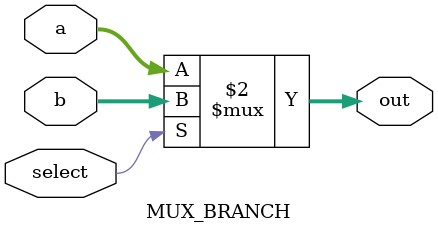
<source format=v>
`timescale 1ns / 1ps


module MUX_BRANCH(a,b,out,select);
     input [31:0] a,b; 
	  output [31:0] out; 
	  input select; 

assign out = (select ==1'b0) ? a: b; 
endmodule
</source>
